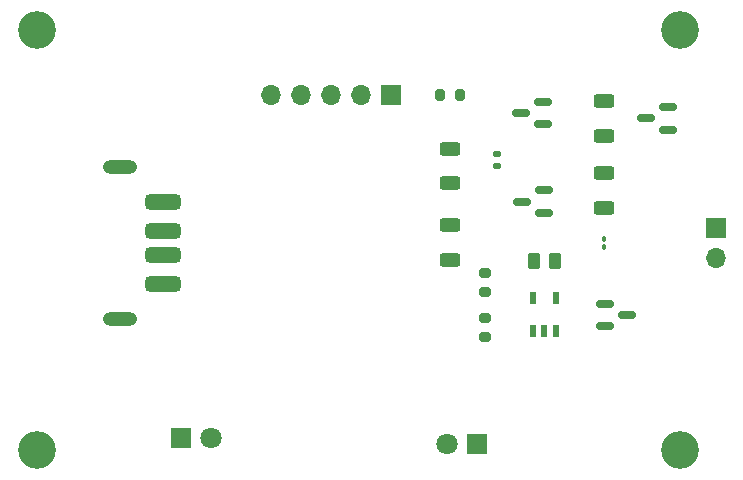
<source format=gbr>
%TF.GenerationSoftware,KiCad,Pcbnew,9.0.3*%
%TF.CreationDate,2025-07-28T01:45:31+03:00*%
%TF.ProjectId,Charger USB,43686172-6765-4722-9055-53422e6b6963,rev?*%
%TF.SameCoordinates,Original*%
%TF.FileFunction,Soldermask,Top*%
%TF.FilePolarity,Negative*%
%FSLAX46Y46*%
G04 Gerber Fmt 4.6, Leading zero omitted, Abs format (unit mm)*
G04 Created by KiCad (PCBNEW 9.0.3) date 2025-07-28 01:45:31*
%MOMM*%
%LPD*%
G01*
G04 APERTURE LIST*
G04 Aperture macros list*
%AMRoundRect*
0 Rectangle with rounded corners*
0 $1 Rounding radius*
0 $2 $3 $4 $5 $6 $7 $8 $9 X,Y pos of 4 corners*
0 Add a 4 corners polygon primitive as box body*
4,1,4,$2,$3,$4,$5,$6,$7,$8,$9,$2,$3,0*
0 Add four circle primitives for the rounded corners*
1,1,$1+$1,$2,$3*
1,1,$1+$1,$4,$5*
1,1,$1+$1,$6,$7*
1,1,$1+$1,$8,$9*
0 Add four rect primitives between the rounded corners*
20,1,$1+$1,$2,$3,$4,$5,0*
20,1,$1+$1,$4,$5,$6,$7,0*
20,1,$1+$1,$6,$7,$8,$9,0*
20,1,$1+$1,$8,$9,$2,$3,0*%
G04 Aperture macros list end*
%ADD10RoundRect,0.150000X0.587500X0.150000X-0.587500X0.150000X-0.587500X-0.150000X0.587500X-0.150000X0*%
%ADD11RoundRect,0.200000X-0.275000X0.200000X-0.275000X-0.200000X0.275000X-0.200000X0.275000X0.200000X0*%
%ADD12RoundRect,0.250000X-0.625000X0.312500X-0.625000X-0.312500X0.625000X-0.312500X0.625000X0.312500X0*%
%ADD13RoundRect,0.250000X-0.262500X-0.450000X0.262500X-0.450000X0.262500X0.450000X-0.262500X0.450000X0*%
%ADD14R,1.700000X1.700000*%
%ADD15O,1.700000X1.700000*%
%ADD16RoundRect,0.135000X-0.185000X0.135000X-0.185000X-0.135000X0.185000X-0.135000X0.185000X0.135000X0*%
%ADD17R,1.800000X1.800000*%
%ADD18C,1.800000*%
%ADD19RoundRect,0.100000X-0.100000X0.130000X-0.100000X-0.130000X0.100000X-0.130000X0.100000X0.130000X0*%
%ADD20RoundRect,0.150000X-0.587500X-0.150000X0.587500X-0.150000X0.587500X0.150000X-0.587500X0.150000X0*%
%ADD21RoundRect,0.200000X0.275000X-0.200000X0.275000X0.200000X-0.275000X0.200000X-0.275000X-0.200000X0*%
%ADD22RoundRect,0.200000X0.200000X0.275000X-0.200000X0.275000X-0.200000X-0.275000X0.200000X-0.275000X0*%
%ADD23C,3.200000*%
%ADD24R,0.508000X0.977900*%
%ADD25RoundRect,0.325000X-1.175000X0.325000X-1.175000X-0.325000X1.175000X-0.325000X1.175000X0.325000X0*%
%ADD26O,2.900000X1.200000*%
G04 APERTURE END LIST*
D10*
%TO.C,Q4*%
X133000000Y-82400000D03*
X133000000Y-80500000D03*
X131125000Y-81450000D03*
%TD*%
D11*
%TO.C,R9*%
X117500000Y-98350000D03*
X117500000Y-100000000D03*
%TD*%
D12*
%TO.C,R7*%
X114500000Y-84037500D03*
X114500000Y-86962500D03*
%TD*%
D13*
%TO.C,R11*%
X121587500Y-93500000D03*
X123412500Y-93500000D03*
%TD*%
D12*
%TO.C,R8*%
X114500000Y-90500000D03*
X114500000Y-93425000D03*
%TD*%
D14*
%TO.C,J2*%
X137000000Y-90725000D03*
D15*
X137000000Y-93265000D03*
%TD*%
D12*
%TO.C,R4*%
X127500000Y-86075000D03*
X127500000Y-89000000D03*
%TD*%
D16*
%TO.C,R1*%
X118500000Y-84490000D03*
X118500000Y-85510000D03*
%TD*%
D17*
%TO.C,LED2*%
X116775000Y-109000000D03*
D18*
X114235000Y-109000000D03*
%TD*%
D19*
%TO.C,Dz*%
X127500000Y-91680000D03*
X127500000Y-92320000D03*
%TD*%
D20*
%TO.C,Q2*%
X127625000Y-97149998D03*
X127625000Y-99049998D03*
X129500000Y-98099998D03*
%TD*%
D12*
%TO.C,R3*%
X127500000Y-80000000D03*
X127500000Y-82925000D03*
%TD*%
D21*
%TO.C,R10*%
X117500000Y-96150000D03*
X117500000Y-94500000D03*
%TD*%
D22*
%TO.C,R2*%
X115325000Y-79500000D03*
X113675000Y-79500000D03*
%TD*%
D23*
%TO.C,REF\u002A\u002A*%
X79500000Y-74000000D03*
%TD*%
D10*
%TO.C,Q1*%
X122387500Y-81950000D03*
X122387500Y-80050000D03*
X120512500Y-81000000D03*
%TD*%
D23*
%TO.C,REF\u002A\u002A*%
X134000000Y-109500000D03*
%TD*%
D24*
%TO.C,U2*%
X121549999Y-99415249D03*
X122500000Y-99415249D03*
X123450001Y-99415249D03*
X123450001Y-96684749D03*
X121549999Y-96684749D03*
%TD*%
D25*
%TO.C,J1*%
X90240000Y-88500000D03*
X90240000Y-91000000D03*
X90240000Y-93000000D03*
X90240000Y-95500000D03*
D26*
X86540000Y-85600000D03*
X86540000Y-98400000D03*
%TD*%
D23*
%TO.C,REF\u002A\u002A*%
X134000000Y-74000000D03*
%TD*%
D17*
%TO.C,LED1*%
X91725000Y-108500000D03*
D18*
X94265000Y-108500000D03*
%TD*%
D10*
%TO.C,Q3*%
X122437500Y-89450000D03*
X122437500Y-87550000D03*
X120562500Y-88500000D03*
%TD*%
D23*
%TO.C,REF\u002A\u002A*%
X79500000Y-109500000D03*
%TD*%
D14*
%TO.C,J3*%
X109540000Y-79500000D03*
D15*
X107000000Y-79500000D03*
X104460000Y-79500000D03*
X101920000Y-79500000D03*
X99380000Y-79500000D03*
%TD*%
M02*

</source>
